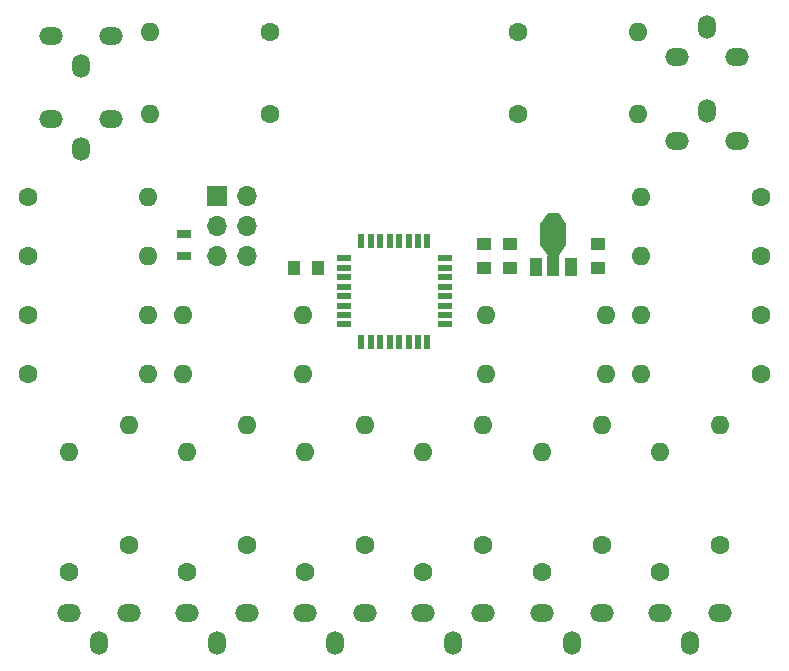
<source format=gts>
G04 #@! TF.GenerationSoftware,KiCad,Pcbnew,(5.1.7)-1*
G04 #@! TF.CreationDate,2022-07-12T08:18:53+02:00*
G04 #@! TF.ProjectId,Flip-Flop-Modul,466c6970-2d46-46c6-9f70-2d4d6f64756c,rev?*
G04 #@! TF.SameCoordinates,Original*
G04 #@! TF.FileFunction,Soldermask,Top*
G04 #@! TF.FilePolarity,Negative*
%FSLAX46Y46*%
G04 Gerber Fmt 4.6, Leading zero omitted, Abs format (unit mm)*
G04 Created by KiCad (PCBNEW (5.1.7)-1) date 2022-07-12 08:18:53*
%MOMM*%
%LPD*%
G01*
G04 APERTURE LIST*
%ADD10C,1.600000*%
%ADD11O,1.600000X1.600000*%
%ADD12R,1.300000X0.700000*%
%ADD13R,1.000000X1.250000*%
%ADD14R,1.250000X1.000000*%
%ADD15C,0.100000*%
%ADD16R,1.000000X1.500000*%
%ADD17R,1.000000X1.800000*%
%ADD18R,2.200000X1.840000*%
%ADD19R,1.700000X1.700000*%
%ADD20O,1.700000X1.700000*%
%ADD21O,1.500000X2.000000*%
%ADD22O,2.000000X1.500000*%
%ADD23R,1.200000X0.600000*%
%ADD24R,0.600000X1.200000*%
G04 APERTURE END LIST*
D10*
X91000000Y-57500000D03*
D11*
X80840000Y-57500000D03*
D10*
X91000000Y-52500000D03*
D11*
X80840000Y-52500000D03*
D10*
X29000000Y-57500000D03*
D11*
X39160000Y-57500000D03*
D10*
X62460000Y-74250000D03*
D11*
X62460000Y-64090000D03*
D10*
X82460000Y-74250000D03*
D11*
X82460000Y-64090000D03*
D10*
X42460000Y-74250000D03*
D11*
X42460000Y-64090000D03*
D10*
X29000000Y-52500000D03*
D11*
X39160000Y-52500000D03*
X52250000Y-52500000D03*
X42090000Y-52500000D03*
X52250000Y-57500000D03*
X42090000Y-57500000D03*
X67750000Y-52500000D03*
X77910000Y-52500000D03*
X67750000Y-57500000D03*
X77910000Y-57500000D03*
D12*
X42200000Y-45640000D03*
X42200000Y-47540000D03*
D13*
X53500000Y-48500000D03*
X51500000Y-48500000D03*
D14*
X67600000Y-48500000D03*
X67600000Y-46500000D03*
D15*
G36*
X72365000Y-44758000D02*
G01*
X72965000Y-43908000D01*
X73965000Y-43908000D01*
X74565000Y-44758000D01*
X72365000Y-44758000D01*
G37*
D16*
X71965000Y-48480000D03*
D17*
X73465000Y-48333500D03*
D16*
X74965000Y-48480000D03*
D18*
X73465000Y-45666500D03*
D15*
G36*
X74565000Y-46576200D02*
G01*
X73865000Y-47576200D01*
X73065000Y-47576200D01*
X72365000Y-46576200D01*
X74565000Y-46576200D01*
G37*
D14*
X69750000Y-48500000D03*
X69750000Y-46500000D03*
X77250000Y-48500000D03*
X77250000Y-46500000D03*
D19*
X45000000Y-42460000D03*
D20*
X47540000Y-42460000D03*
X45000000Y-45000000D03*
X47540000Y-45000000D03*
X45000000Y-47540000D03*
X47540000Y-47540000D03*
D10*
X91000000Y-42500000D03*
D11*
X80840000Y-42500000D03*
D10*
X91000000Y-47500000D03*
D11*
X80840000Y-47500000D03*
D10*
X29000000Y-47500000D03*
D11*
X39160000Y-47500000D03*
D10*
X29000000Y-42500000D03*
D11*
X39160000Y-42500000D03*
D10*
X70500000Y-35500000D03*
D11*
X80660000Y-35500000D03*
D10*
X70500000Y-28500000D03*
D11*
X80660000Y-28500000D03*
D10*
X49500000Y-28500000D03*
D11*
X39340000Y-28500000D03*
D10*
X49500000Y-35500000D03*
D11*
X39340000Y-35500000D03*
D21*
X85000000Y-80290000D03*
D22*
X87540000Y-77750000D03*
X82460000Y-77750000D03*
D21*
X75000000Y-80290000D03*
D22*
X77540000Y-77750000D03*
X72460000Y-77750000D03*
D10*
X87540000Y-72000000D03*
D11*
X87540000Y-61840000D03*
D10*
X77540000Y-72000000D03*
D11*
X77540000Y-61840000D03*
D10*
X72460000Y-74250000D03*
D11*
X72460000Y-64090000D03*
D21*
X65000000Y-80290000D03*
D22*
X67540000Y-77750000D03*
X62460000Y-77750000D03*
D10*
X67540000Y-72000000D03*
D11*
X67540000Y-61840000D03*
D21*
X45000000Y-80290000D03*
D22*
X47540000Y-77750000D03*
X42460000Y-77750000D03*
D21*
X35000000Y-80290000D03*
D22*
X37540000Y-77750000D03*
X32460000Y-77750000D03*
D10*
X47540000Y-72000000D03*
D11*
X47540000Y-61840000D03*
D10*
X37540000Y-72000000D03*
D11*
X37540000Y-61840000D03*
D10*
X32460000Y-74250000D03*
D11*
X32460000Y-64090000D03*
D21*
X55000000Y-80290000D03*
D22*
X57540000Y-77750000D03*
X52460000Y-77750000D03*
D10*
X57540000Y-72000000D03*
D11*
X57540000Y-61840000D03*
D10*
X52460000Y-74250000D03*
D11*
X52460000Y-64090000D03*
D21*
X86500000Y-35210000D03*
D22*
X83960000Y-37750000D03*
X89040000Y-37750000D03*
D21*
X86500000Y-28160000D03*
D22*
X83960000Y-30700000D03*
X89040000Y-30700000D03*
D21*
X33500000Y-31440000D03*
D22*
X36040000Y-28900000D03*
X30960000Y-28900000D03*
D23*
X64250000Y-53300000D03*
X64250000Y-52500000D03*
X64250000Y-51700000D03*
X64250000Y-50900000D03*
X64250000Y-50100000D03*
X64250000Y-49300000D03*
X64250000Y-48500000D03*
X64250000Y-47700000D03*
D24*
X62800000Y-46250000D03*
X62000000Y-46250000D03*
X61200000Y-46250000D03*
X60400000Y-46250000D03*
X59600000Y-46250000D03*
X58800000Y-46250000D03*
X58000000Y-46250000D03*
X57200000Y-46250000D03*
D23*
X55750000Y-47700000D03*
X55750000Y-48500000D03*
X55750000Y-49300000D03*
X55750000Y-50100000D03*
X55750000Y-50900000D03*
X55750000Y-51700000D03*
X55750000Y-52500000D03*
X55750000Y-53300000D03*
D24*
X57200000Y-54750000D03*
X58000000Y-54750000D03*
X58800000Y-54750000D03*
X59600000Y-54750000D03*
X60400000Y-54750000D03*
X61200000Y-54750000D03*
X62000000Y-54750000D03*
X62800000Y-54750000D03*
D21*
X33500000Y-38440000D03*
D22*
X36040000Y-35900000D03*
X30960000Y-35900000D03*
M02*

</source>
